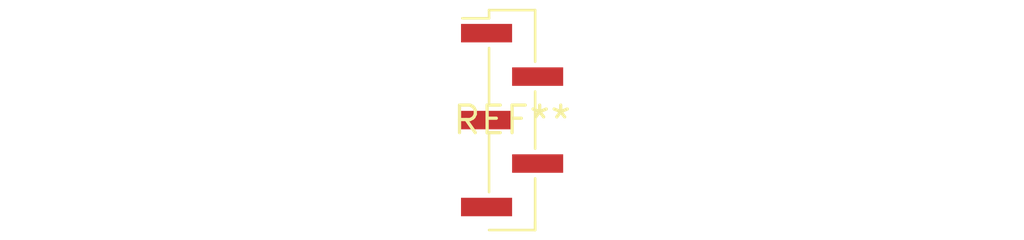
<source format=kicad_pcb>
(kicad_pcb (version 20240108) (generator pcbnew)
  (layers (0 "F.Cu" signal) (31 "B.Cu" signal) (34 "B.Paste" user) (35 "F.Paste" user) (36 "B.SilkS" user "B.Silkscreen") (37 "F.SilkS" user "F.Silkscreen") (38 "B.Mask" user) (39 "F.Mask" user) (44 "Edge.Cuts" user))
  (net 0 "")
  (footprint "PinHeader_1x05_P2.00mm_Vertical_SMD_Pin1Left" (layer "F.Cu") (at 0 0)
    (property "Reference" "REF**")
    (property "Value" "PinHeader_1x05_P2.00mm_Vertical_SMD_Pin1Left")
    (fp_line (start -1.06 -5.06) (end -1.06 -4.685) (layer "F.SilkS") (stroke (width 0.12)))
    (fp_line (start -1.06 -5.06) (end 1.06 -5.06) (layer "F.SilkS") (stroke (width 0.12)))
    (fp_line (start -1.06 -4.685) (end -2.29 -4.685) (layer "F.SilkS") (stroke (width 0.12)))
    (fp_line (start -1.06 -3.315) (end -1.06 -0.685) (layer "F.SilkS") (stroke (width 0.12)))
    (fp_line (start -1.06 0.685) (end -1.06 3.315) (layer "F.SilkS") (stroke (width 0.12)))
    (fp_line (start -1.06 5.06) (end 1.06 5.06) (layer "F.SilkS") (stroke (width 0.12)))
    (fp_line (start 1.06 -5.06) (end 1.06 -2.685) (layer "F.SilkS") (stroke (width 0.12)))
    (fp_line (start 1.06 -1.315) (end 1.06 1.315) (layer "F.SilkS") (stroke (width 0.12)))
    (fp_line (start 1.06 2.685) (end 1.06 5.06) (layer "F.SilkS") (stroke (width 0.12)))
    (fp_line (start 1.06 4.685) (end 1.06 5.06) (layer "F.SilkS") (stroke (width 0.12)))
    (pad "1" smd rect (at -1.175 -4) (size 2.35 0.85) (layers "F.Cu" "F.Paste" "F.Mask"))
    (pad "2" smd rect (at 1.175 -2) (size 2.35 0.85) (layers "F.Cu" "F.Paste" "F.Mask"))
    (pad "3" smd rect (at -1.175 0) (size 2.35 0.85) (layers "F.Cu" "F.Paste" "F.Mask"))
    (pad "4" smd rect (at 1.175 2) (size 2.35 0.85) (layers "F.Cu" "F.Paste" "F.Mask"))
    (pad "5" smd rect (at -1.175 4) (size 2.35 0.85) (layers "F.Cu" "F.Paste" "F.Mask"))
  )
)
</source>
